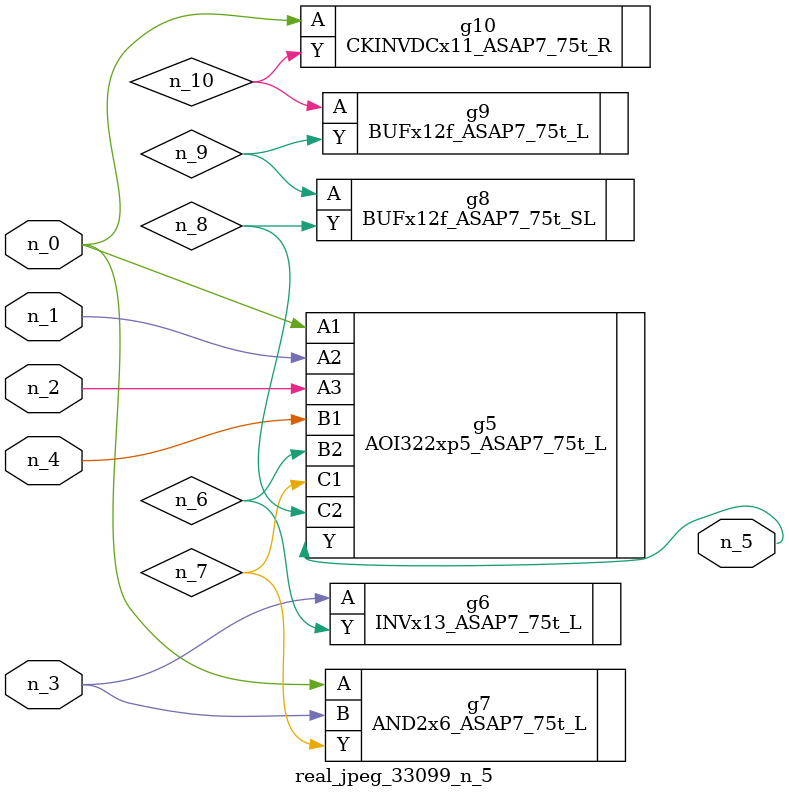
<source format=v>
module real_jpeg_33099_n_5 (n_4, n_0, n_1, n_2, n_3, n_5);

input n_4;
input n_0;
input n_1;
input n_2;
input n_3;

output n_5;

wire n_8;
wire n_6;
wire n_7;
wire n_10;
wire n_9;

AOI322xp5_ASAP7_75t_L g5 ( 
.A1(n_0),
.A2(n_1),
.A3(n_2),
.B1(n_4),
.B2(n_6),
.C1(n_7),
.C2(n_8),
.Y(n_5)
);

AND2x6_ASAP7_75t_L g7 ( 
.A(n_0),
.B(n_3),
.Y(n_7)
);

CKINVDCx11_ASAP7_75t_R g10 ( 
.A(n_0),
.Y(n_10)
);

INVx13_ASAP7_75t_L g6 ( 
.A(n_3),
.Y(n_6)
);

BUFx12f_ASAP7_75t_SL g8 ( 
.A(n_9),
.Y(n_8)
);

BUFx12f_ASAP7_75t_L g9 ( 
.A(n_10),
.Y(n_9)
);


endmodule
</source>
